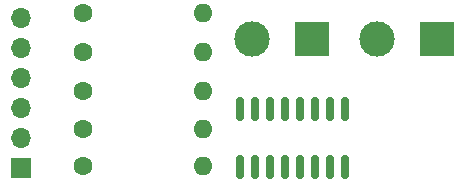
<source format=gbr>
%TF.GenerationSoftware,KiCad,Pcbnew,7.0.9*%
%TF.CreationDate,2025-02-03T19:38:27-05:00*%
%TF.ProjectId,squircuit_relay_prototyping,73717569-7263-4756-9974-5f72656c6179,rev?*%
%TF.SameCoordinates,Original*%
%TF.FileFunction,Soldermask,Top*%
%TF.FilePolarity,Negative*%
%FSLAX46Y46*%
G04 Gerber Fmt 4.6, Leading zero omitted, Abs format (unit mm)*
G04 Created by KiCad (PCBNEW 7.0.9) date 2025-02-03 19:38:27*
%MOMM*%
%LPD*%
G01*
G04 APERTURE LIST*
G04 Aperture macros list*
%AMRoundRect*
0 Rectangle with rounded corners*
0 $1 Rounding radius*
0 $2 $3 $4 $5 $6 $7 $8 $9 X,Y pos of 4 corners*
0 Add a 4 corners polygon primitive as box body*
4,1,4,$2,$3,$4,$5,$6,$7,$8,$9,$2,$3,0*
0 Add four circle primitives for the rounded corners*
1,1,$1+$1,$2,$3*
1,1,$1+$1,$4,$5*
1,1,$1+$1,$6,$7*
1,1,$1+$1,$8,$9*
0 Add four rect primitives between the rounded corners*
20,1,$1+$1,$2,$3,$4,$5,0*
20,1,$1+$1,$4,$5,$6,$7,0*
20,1,$1+$1,$6,$7,$8,$9,0*
20,1,$1+$1,$8,$9,$2,$3,0*%
G04 Aperture macros list end*
%ADD10R,1.700000X1.700000*%
%ADD11O,1.700000X1.700000*%
%ADD12R,3.000000X3.000000*%
%ADD13C,3.000000*%
%ADD14RoundRect,0.150000X0.150000X-0.825000X0.150000X0.825000X-0.150000X0.825000X-0.150000X-0.825000X0*%
%ADD15C,1.600000*%
%ADD16O,1.600000X1.600000*%
G04 APERTURE END LIST*
D10*
%TO.C,J1*%
X26670000Y-27686000D03*
D11*
X26670000Y-25146000D03*
X26670000Y-22606000D03*
X26670000Y-20066000D03*
X26670000Y-17526000D03*
X26670000Y-14986000D03*
%TD*%
D12*
%TO.C,J3*%
X61849000Y-16764000D03*
D13*
X56769000Y-16764000D03*
%TD*%
D14*
%TO.C,U1*%
X45212000Y-27621000D03*
X46482000Y-27621000D03*
X47752000Y-27621000D03*
X49022000Y-27621000D03*
X50292000Y-27621000D03*
X51562000Y-27621000D03*
X52832000Y-27621000D03*
X54102000Y-27621000D03*
X54102000Y-22671000D03*
X52832000Y-22671000D03*
X51562000Y-22671000D03*
X50292000Y-22671000D03*
X49022000Y-22671000D03*
X47752000Y-22671000D03*
X46482000Y-22671000D03*
X45212000Y-22671000D03*
%TD*%
D12*
%TO.C,J2*%
X51308000Y-16764000D03*
D13*
X46228000Y-16764000D03*
%TD*%
D15*
%TO.C,R2*%
X31877000Y-21209000D03*
D16*
X42037000Y-21209000D03*
%TD*%
D15*
%TO.C,R4*%
X31877000Y-14605000D03*
D16*
X42037000Y-14605000D03*
%TD*%
D15*
%TO.C,R3*%
X31877000Y-17907000D03*
D16*
X42037000Y-17907000D03*
%TD*%
D15*
%TO.C,R1*%
X31877000Y-27559000D03*
D16*
X42037000Y-27559000D03*
%TD*%
D15*
%TO.C,R5*%
X31877000Y-24384000D03*
D16*
X42037000Y-24384000D03*
%TD*%
M02*

</source>
